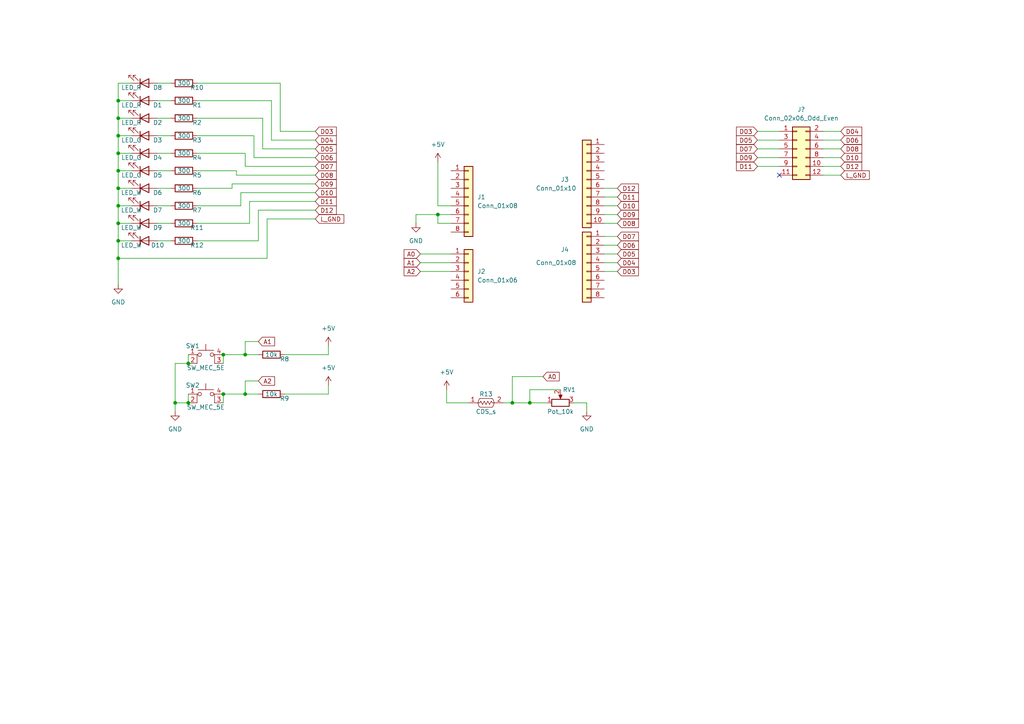
<source format=kicad_sch>
(kicad_sch (version 20211123) (generator eeschema)
  (paper "A4")
  (title_block (title "LED Dice Arduino Shild") (date "2022-08-31") (rev "v01.00.00") (company "WooSong IT"))
  (lib_symbols
    (symbol "1_lsk:CDS_s"
      (property "Reference" "R" (at -3.048 -1.27 0))
      (property "Value" "CDS_s" (at 0 2.286 0))
      (symbol "CDS_s_0_1"
        (arc (start -1.778 1.27) (mid -2.3002 0) (end -1.778 -1.27))
        (polyline (pts (xy -1.778 -1.27) (xy 1.778 -1.27)))
        (polyline (pts (xy 1.778 1.27) (xy -1.778 1.27)))
        (polyline (pts (xy -2.54 0) (xy -1.778 0) (xy -1.524 0.508) (xy -1.27 0) (xy -1.016 -0.508) (xy -0.508 0.508) (xy 0 -0.508) (xy 0.508 0.508) (xy 1.016 -0.508) (xy 1.524 0.508) (xy 1.778 0) (xy 2.54 0)))
        (arc (start 1.778 -1.27) (mid 2.2994 0) (end 1.778 1.27))
      )
      (symbol "CDS_s_1_1"
        (pin input line (at -5.08 0 0) (length 2.54) (name "") (number "1"))
        (pin input line (at 5.08 0 180) (length 2.54) (name "") (number "2"))
      )
    )
    (symbol "Connector_Generic:Conn_01x06" (pin_names (offset 1.016) hide)
      (property "Reference" "J" (at 0 7.62 0))
      (property "Value" "Conn_01x06" (at 0 -10.16 0))
      (symbol "Conn_01x06_1_1"
        (rectangle (start -1.27 -7.493) (end 0 -7.747) (stroke (width 0.1524)))
        (rectangle (start -1.27 -4.953) (end 0 -5.207) (stroke (width 0.1524)))
        (rectangle (start -1.27 -2.413) (end 0 -2.667) (stroke (width 0.1524)))
        (rectangle (start -1.27 0.127) (end 0 -0.127) (stroke (width 0.1524)))
        (rectangle (start -1.27 2.667) (end 0 2.413) (stroke (width 0.1524)))
        (rectangle (start -1.27 5.207) (end 0 4.953) (stroke (width 0.1524)))
        (rectangle (start -1.27 6.35) (end 1.27 -8.89) (stroke (width 0.254)) (fill (type background)))
        (pin passive line (at -5.08 5.08 0) (length 3.81) (name "Pin_1") (number "1"))
        (pin passive line (at -5.08 2.54 0) (length 3.81) (name "Pin_2") (number "2"))
        (pin passive line (at -5.08 0 0) (length 3.81) (name "Pin_3") (number "3"))
        (pin passive line (at -5.08 -2.54 0) (length 3.81) (name "Pin_4") (number "4"))
        (pin passive line (at -5.08 -5.08 0) (length 3.81) (name "Pin_5") (number "5"))
        (pin passive line (at -5.08 -7.62 0) (length 3.81) (name "Pin_6") (number "6"))
      )
    )
    (symbol "Connector_Generic:Conn_01x08" (pin_names (offset 1.016) hide)
      (property "Reference" "J" (at 0 10.16 0))
      (property "Value" "Conn_01x08" (at 0 -12.7 0))
      (symbol "Conn_01x08_1_1"
        (rectangle (start -1.27 -10.033) (end 0 -10.287) (stroke (width 0.1524)))
        (rectangle (start -1.27 -7.493) (end 0 -7.747) (stroke (width 0.1524)))
        (rectangle (start -1.27 -4.953) (end 0 -5.207) (stroke (width 0.1524)))
        (rectangle (start -1.27 -2.413) (end 0 -2.667) (stroke (width 0.1524)))
        (rectangle (start -1.27 0.127) (end 0 -0.127) (stroke (width 0.1524)))
        (rectangle (start -1.27 2.667) (end 0 2.413) (stroke (width 0.1524)))
        (rectangle (start -1.27 5.207) (end 0 4.953) (stroke (width 0.1524)))
        (rectangle (start -1.27 7.747) (end 0 7.493) (stroke (width 0.1524)))
        (rectangle (start -1.27 8.89) (end 1.27 -11.43) (stroke (width 0.254)) (fill (type background)))
        (pin passive line (at -5.08 7.62 0) (length 3.81) (name "Pin_1") (number "1"))
        (pin passive line (at -5.08 5.08 0) (length 3.81) (name "Pin_2") (number "2"))
        (pin passive line (at -5.08 2.54 0) (length 3.81) (name "Pin_3") (number "3"))
        (pin passive line (at -5.08 0 0) (length 3.81) (name "Pin_4") (number "4"))
        (pin passive line (at -5.08 -2.54 0) (length 3.81) (name "Pin_5") (number "5"))
        (pin passive line (at -5.08 -5.08 0) (length 3.81) (name "Pin_6") (number "6"))
        (pin passive line (at -5.08 -7.62 0) (length 3.81) (name "Pin_7") (number "7"))
        (pin passive line (at -5.08 -10.16 0) (length 3.81) (name "Pin_8") (number "8"))
      )
    )
    (symbol "Connector_Generic:Conn_01x10" (pin_names (offset 1.016) hide)
      (property "Reference" "J" (at 0 12.7 0))
      (property "Value" "Conn_01x10" (at 0 -15.24 0))
      (symbol "Conn_01x10_1_1"
        (rectangle (start -1.27 -12.573) (end 0 -12.827) (stroke (width 0.1524)))
        (rectangle (start -1.27 -10.033) (end 0 -10.287) (stroke (width 0.1524)))
        (rectangle (start -1.27 -7.493) (end 0 -7.747) (stroke (width 0.1524)))
        (rectangle (start -1.27 -4.953) (end 0 -5.207) (stroke (width 0.1524)))
        (rectangle (start -1.27 -2.413) (end 0 -2.667) (stroke (width 0.1524)))
        (rectangle (start -1.27 0.127) (end 0 -0.127) (stroke (width 0.1524)))
        (rectangle (start -1.27 2.667) (end 0 2.413) (stroke (width 0.1524)))
        (rectangle (start -1.27 5.207) (end 0 4.953) (stroke (width 0.1524)))
        (rectangle (start -1.27 7.747) (end 0 7.493) (stroke (width 0.1524)))
        (rectangle (start -1.27 10.287) (end 0 10.033) (stroke (width 0.1524)))
        (rectangle (start -1.27 11.43) (end 1.27 -13.97) (stroke (width 0.254)) (fill (type background)))
        (pin passive line (at -5.08 10.16 0) (length 3.81) (name "Pin_1") (number "1"))
        (pin passive line (at -5.08 -12.7 0) (length 3.81) (name "Pin_10") (number "10"))
        (pin passive line (at -5.08 7.62 0) (length 3.81) (name "Pin_2") (number "2"))
        (pin passive line (at -5.08 5.08 0) (length 3.81) (name "Pin_3") (number "3"))
        (pin passive line (at -5.08 2.54 0) (length 3.81) (name "Pin_4") (number "4"))
        (pin passive line (at -5.08 0 0) (length 3.81) (name "Pin_5") (number "5"))
        (pin passive line (at -5.08 -2.54 0) (length 3.81) (name "Pin_6") (number "6"))
        (pin passive line (at -5.08 -5.08 0) (length 3.81) (name "Pin_7") (number "7"))
        (pin passive line (at -5.08 -7.62 0) (length 3.81) (name "Pin_8") (number "8"))
        (pin passive line (at -5.08 -10.16 0) (length 3.81) (name "Pin_9") (number "9"))
      )
    )
    (symbol "Connector_Generic:Conn_02x06_Odd_Even" (pin_names (offset 1.016) hide)
      (property "Reference" "J" (at 1.27 7.62 0))
      (property "Value" "Conn_02x06_Odd_Even" (at 1.27 -10.16 0))
      (symbol "Conn_02x06_Odd_Even_1_1"
        (rectangle (start -1.27 -7.493) (end 0 -7.747) (stroke (width 0.1524)))
        (rectangle (start -1.27 -4.953) (end 0 -5.207) (stroke (width 0.1524)))
        (rectangle (start -1.27 -2.413) (end 0 -2.667) (stroke (width 0.1524)))
        (rectangle (start -1.27 0.127) (end 0 -0.127) (stroke (width 0.1524)))
        (rectangle (start -1.27 2.667) (end 0 2.413) (stroke (width 0.1524)))
        (rectangle (start -1.27 5.207) (end 0 4.953) (stroke (width 0.1524)))
        (rectangle (start -1.27 6.35) (end 3.81 -8.89) (stroke (width 0.254)) (fill (type background)))
        (rectangle (start 3.81 -7.493) (end 2.54 -7.747) (stroke (width 0.1524)))
        (rectangle (start 3.81 -4.953) (end 2.54 -5.207) (stroke (width 0.1524)))
        (rectangle (start 3.81 -2.413) (end 2.54 -2.667) (stroke (width 0.1524)))
        (rectangle (start 3.81 0.127) (end 2.54 -0.127) (stroke (width 0.1524)))
        (rectangle (start 3.81 2.667) (end 2.54 2.413) (stroke (width 0.1524)))
        (rectangle (start 3.81 5.207) (end 2.54 4.953) (stroke (width 0.1524)))
        (pin passive line (at -5.08 5.08 0) (length 3.81) (name "Pin_1") (number "1"))
        (pin passive line (at 7.62 -5.08 180) (length 3.81) (name "Pin_10") (number "10"))
        (pin passive line (at -5.08 -7.62 0) (length 3.81) (name "Pin_11") (number "11"))
        (pin passive line (at 7.62 -7.62 180) (length 3.81) (name "Pin_12") (number "12"))
        (pin passive line (at 7.62 5.08 180) (length 3.81) (name "Pin_2") (number "2"))
        (pin passive line (at -5.08 2.54 0) (length 3.81) (name "Pin_3") (number "3"))
        (pin passive line (at 7.62 2.54 180) (length 3.81) (name "Pin_4") (number "4"))
        (pin passive line (at -5.08 0 0) (length 3.81) (name "Pin_5") (number "5"))
        (pin passive line (at 7.62 0 180) (length 3.81) (name "Pin_6") (number "6"))
        (pin passive line (at -5.08 -2.54 0) (length 3.81) (name "Pin_7") (number "7"))
        (pin passive line (at 7.62 -2.54 180) (length 3.81) (name "Pin_8") (number "8"))
        (pin passive line (at -5.08 -5.08 0) (length 3.81) (name "Pin_9") (number "9"))
      )
    )
    (symbol "Device:LED" (pin_numbers hide) (pin_names (offset 1.016) hide)
      (property "Reference" "D" (at 0 2.54 0))
      (property "Value" "LED" (at 0 -2.54 0))
      (symbol "LED_0_1"
        (polyline (pts (xy -1.27 -1.27) (xy -1.27 1.27)) (stroke (width 0.254)))
        (polyline (pts (xy -1.27 0) (xy 1.27 0)))
        (polyline (pts (xy 1.27 -1.27) (xy 1.27 1.27) (xy -1.27 0) (xy 1.27 -1.27)) (stroke (width 0.254)))
        (polyline (pts (xy -3.048 -0.762) (xy -4.572 -2.286) (xy -3.81 -2.286) (xy -4.572 -2.286) (xy -4.572 -1.524)))
        (polyline (pts (xy -1.778 -0.762) (xy -3.302 -2.286) (xy -2.54 -2.286) (xy -3.302 -2.286) (xy -3.302 -1.524)))
      )
      (symbol "LED_1_1"
        (pin passive line (at -3.81 0 0) (length 2.54) (name "K") (number "1"))
        (pin passive line (at 3.81 0 180) (length 2.54) (name "A") (number "2"))
      )
    )
    (symbol "Device:R" (pin_numbers hide) (pin_names (offset 0))
      (property "Reference" "R" (at 2.032 0 90))
      (property "Value" "R" (at 0 0 90))
      (symbol "R_0_1"
        (rectangle (start -1.016 -2.54) (end 1.016 2.54) (stroke (width 0.254)))
      )
      (symbol "R_1_1"
        (pin passive line (at 0 3.81 270) (length 1.27) (name "~") (number "1"))
        (pin passive line (at 0 -3.81 90) (length 1.27) (name "~") (number "2"))
      )
    )
    (symbol "Device:R_Potentiometer" (pin_names (offset 1.016) hide)
      (property "Reference" "RV" (at -4.445 0 90))
      (property "Value" "R_Potentiometer" (at -2.54 0 90))
      (symbol "R_Potentiometer_0_1"
        (polyline (pts (xy 2.54 0) (xy 1.524 0)))
        (polyline (pts (xy 1.143 0) (xy 2.286 0.508) (xy 2.286 -0.508) (xy 1.143 0)) (fill (type outline)))
        (rectangle (start 1.016 2.54) (end -1.016 -2.54) (stroke (width 0.254)))
      )
      (symbol "R_Potentiometer_1_1"
        (pin passive line (at 0 3.81 270) (length 1.27) (name "1") (number "1"))
        (pin passive line (at 3.81 0 180) (length 1.27) (name "2") (number "2"))
        (pin passive line (at 0 -3.81 90) (length 1.27) (name "3") (number "3"))
      )
    )
    (symbol "Switch:SW_MEC_5E" (pin_names (offset 1.016) hide)
      (property "Reference" "SW" (at 0.635 5.715 0))
      (property "Value" "SW_MEC_5E" (at 0 -3.175 0))
      (symbol "SW_MEC_5E_0_1"
        (circle (center -1.778 2.54) (radius 0.508))
        (polyline (pts (xy -2.286 3.81) (xy 2.286 3.81)))
        (polyline (pts (xy 0 3.81) (xy 0 5.588)))
        (polyline (pts (xy -2.54 0) (xy -2.54 2.54) (xy -2.286 2.54)))
        (polyline (pts (xy 2.54 0) (xy 2.54 2.54) (xy 2.286 2.54)))
        (circle (center 1.778 2.54) (radius 0.508))
        (pin passive line (at -5.08 2.54 0) (length 2.54) (name "1") (number "1"))
        (pin passive line (at -5.08 0 0) (length 2.54) (name "2") (number "2"))
        (pin passive line (at 5.08 0 180) (length 2.54) (name "K") (number "3"))
        (pin passive line (at 5.08 2.54 180) (length 2.54) (name "A") (number "4"))
      )
    )
    (symbol "power:+5V" (power) (pin_names (offset 0))
      (property "Value" "+5V" (at 0 3.556 0))
      (symbol "+5V_0_1"
        (polyline (pts (xy -0.762 1.27) (xy 0 2.54)))
        (polyline (pts (xy 0 0) (xy 0 2.54)))
        (polyline (pts (xy 0 2.54) (xy 0.762 1.27)))
      )
      (symbol "+5V_1_1"
        (pin power_in line (at 0 0 90) (length 0) hide (name "+5V") (number "1"))
      )
    )
    (symbol "power:GND" (power) (pin_names (offset 0))
      (property "Value" "GND" (at 0 -3.81 0))
      (symbol "GND_0_1"
        (polyline (pts (xy 0 0) (xy 0 -1.27) (xy 1.27 -1.27) (xy 0 -2.54) (xy -1.27 -1.27) (xy 0 -1.27)))
      )
      (symbol "GND_1_1"
        (pin power_in line (at 0 0 270) (length 0) hide (name "GND") (number "1"))
      )
    )
  )
  (junction (at 34.29 59.69))
  (junction (at 34.29 39.37))
  (junction (at 50.8 116.84))
  (junction (at 34.29 34.29))
  (junction (at 54.61 116.84))
  (junction (at 34.29 69.85))
  (junction (at 148.59 116.84))
  (junction (at 71.12 114.3))
  (junction (at 153.67 116.84))
  (junction (at 64.77 114.3))
  (junction (at 127 62.23))
  (junction (at 34.29 44.45))
  (junction (at 71.12 102.87))
  (junction (at 34.29 64.77))
  (junction (at 54.61 105.41))
  (junction (at 34.29 74.93))
  (junction (at 34.29 29.21))
  (junction (at 34.29 54.61))
  (junction (at 34.29 49.53))
  (junction (at 64.77 102.87))
  (no_connect (at 226.06 50.8))
  (wire (pts (xy 81.28 38.1) (xy 91.44 38.1)))
  (wire (pts (xy 57.15 69.85) (xy 74.93 69.85)))
  (wire (pts (xy 219.71 43.18) (xy 226.06 43.18)))
  (wire (pts (xy 45.72 29.21) (xy 49.53 29.21)))
  (wire (pts (xy 54.61 105.41) (xy 50.8 105.41)))
  (wire (pts (xy 45.72 34.29) (xy 49.53 34.29)))
  (wire (pts (xy 175.26 59.69) (xy 179.07 59.69)))
  (wire (pts (xy 130.81 64.77) (xy 127 64.77)))
  (wire (pts (xy 57.15 24.13) (xy 81.28 24.13)))
  (wire (pts (xy 82.55 102.87) (xy 95.25 102.87)))
  (wire (pts (xy 129.54 116.84) (xy 135.89 116.84)))
  (wire (pts (xy 34.29 64.77) (xy 34.29 69.85)))
  (wire (pts (xy 238.76 40.64) (xy 243.84 40.64)))
  (wire (pts (xy 67.31 54.61) (xy 57.15 54.61)))
  (wire (pts (xy 50.8 105.41) (xy 50.8 116.84)))
  (wire (pts (xy 57.15 59.69) (xy 69.85 59.69)))
  (wire (pts (xy 153.67 113.03) (xy 153.67 116.84)))
  (wire (pts (xy 146.05 116.84) (xy 148.59 116.84)))
  (wire (pts (xy 71.12 102.87) (xy 74.93 102.87)))
  (wire (pts (xy 38.1 34.29) (xy 34.29 34.29)))
  (wire (pts (xy 76.2 43.18) (xy 91.44 43.18)))
  (wire (pts (xy 45.72 64.77) (xy 49.53 64.77)))
  (wire (pts (xy 78.74 40.64) (xy 91.44 40.64)))
  (wire (pts (xy 64.77 102.87) (xy 71.12 102.87)))
  (wire (pts (xy 34.29 54.61) (xy 34.29 59.69)))
  (wire (pts (xy 73.66 45.72) (xy 73.66 39.37)))
  (wire (pts (xy 238.76 38.1) (xy 243.84 38.1)))
  (wire (pts (xy 175.26 78.74) (xy 179.07 78.74)))
  (wire (pts (xy 120.65 62.23) (xy 120.65 64.77)))
  (wire (pts (xy 57.15 49.53) (xy 68.58 49.53)))
  (wire (pts (xy 34.29 44.45) (xy 34.29 49.53)))
  (wire (pts (xy 77.47 74.93) (xy 34.29 74.93)))
  (wire (pts (xy 81.28 24.13) (xy 81.28 38.1)))
  (wire (pts (xy 57.15 44.45) (xy 71.12 44.45)))
  (wire (pts (xy 73.66 39.37) (xy 57.15 39.37)))
  (wire (pts (xy 45.72 49.53) (xy 49.53 49.53)))
  (wire (pts (xy 67.31 53.34) (xy 67.31 54.61)))
  (wire (pts (xy 67.31 53.34) (xy 91.44 53.34)))
  (wire (pts (xy 54.61 102.87) (xy 54.61 105.41)))
  (wire (pts (xy 57.15 64.77) (xy 72.39 64.77)))
  (wire (pts (xy 127 62.23) (xy 120.65 62.23)))
  (wire (pts (xy 74.93 60.96) (xy 74.93 69.85)))
  (wire (pts (xy 219.71 40.64) (xy 226.06 40.64)))
  (wire (pts (xy 91.44 60.96) (xy 74.93 60.96)))
  (wire (pts (xy 129.54 113.03) (xy 129.54 116.84)))
  (wire (pts (xy 121.92 78.74) (xy 130.81 78.74)))
  (wire (pts (xy 166.37 116.84) (xy 170.18 116.84)))
  (wire (pts (xy 127 64.77) (xy 127 62.23)))
  (wire (pts (xy 76.2 34.29) (xy 57.15 34.29)))
  (wire (pts (xy 238.76 43.18) (xy 243.84 43.18)))
  (wire (pts (xy 175.26 62.23) (xy 179.07 62.23)))
  (wire (pts (xy 34.29 59.69) (xy 34.29 64.77)))
  (wire (pts (xy 74.93 110.49) (xy 71.12 110.49)))
  (wire (pts (xy 69.85 59.69) (xy 69.85 55.88)))
  (wire (pts (xy 219.71 45.72) (xy 226.06 45.72)))
  (wire (pts (xy 121.92 73.66) (xy 130.81 73.66)))
  (wire (pts (xy 238.76 48.26) (xy 243.84 48.26)))
  (wire (pts (xy 45.72 24.13) (xy 49.53 24.13)))
  (wire (pts (xy 162.56 113.03) (xy 153.67 113.03)))
  (wire (pts (xy 45.72 59.69) (xy 49.53 59.69)))
  (wire (pts (xy 78.74 29.21) (xy 57.15 29.21)))
  (wire (pts (xy 121.92 76.2) (xy 130.81 76.2)))
  (wire (pts (xy 34.29 39.37) (xy 34.29 44.45)))
  (wire (pts (xy 64.77 114.3) (xy 71.12 114.3)))
  (wire (pts (xy 175.26 71.12) (xy 179.07 71.12)))
  (wire (pts (xy 175.26 76.2) (xy 179.07 76.2)))
  (wire (pts (xy 64.77 102.87) (xy 64.77 105.41)))
  (wire (pts (xy 175.26 64.77) (xy 179.07 64.77)))
  (wire (pts (xy 127 62.23) (xy 130.81 62.23)))
  (wire (pts (xy 130.81 59.69) (xy 127 59.69)))
  (wire (pts (xy 71.12 114.3) (xy 74.93 114.3)))
  (wire (pts (xy 54.61 114.3) (xy 54.61 116.84)))
  (wire (pts (xy 34.29 34.29) (xy 34.29 39.37)))
  (wire (pts (xy 72.39 58.42) (xy 72.39 64.77)))
  (wire (pts (xy 76.2 43.18) (xy 76.2 34.29)))
  (wire (pts (xy 78.74 40.64) (xy 78.74 29.21)))
  (wire (pts (xy 38.1 69.85) (xy 34.29 69.85)))
  (wire (pts (xy 50.8 116.84) (xy 50.8 119.38)))
  (wire (pts (xy 148.59 116.84) (xy 153.67 116.84)))
  (wire (pts (xy 38.1 64.77) (xy 34.29 64.77)))
  (wire (pts (xy 95.25 111.76) (xy 95.25 114.3)))
  (wire (pts (xy 71.12 48.26) (xy 91.44 48.26)))
  (wire (pts (xy 38.1 54.61) (xy 34.29 54.61)))
  (wire (pts (xy 153.67 116.84) (xy 158.75 116.84)))
  (wire (pts (xy 71.12 110.49) (xy 71.12 114.3)))
  (wire (pts (xy 38.1 24.13) (xy 34.29 24.13)))
  (wire (pts (xy 38.1 59.69) (xy 34.29 59.69)))
  (wire (pts (xy 175.26 68.58) (xy 179.07 68.58)))
  (wire (pts (xy 148.59 109.22) (xy 148.59 116.84)))
  (wire (pts (xy 127 59.69) (xy 127 46.99)))
  (wire (pts (xy 71.12 48.26) (xy 71.12 44.45)))
  (wire (pts (xy 69.85 55.88) (xy 91.44 55.88)))
  (wire (pts (xy 77.47 63.5) (xy 77.47 74.93)))
  (wire (pts (xy 73.66 45.72) (xy 91.44 45.72)))
  (wire (pts (xy 45.72 69.85) (xy 49.53 69.85)))
  (wire (pts (xy 175.26 73.66) (xy 179.07 73.66)))
  (wire (pts (xy 170.18 116.84) (xy 170.18 119.38)))
  (wire (pts (xy 157.48 109.22) (xy 148.59 109.22)))
  (wire (pts (xy 34.29 29.21) (xy 34.29 34.29)))
  (wire (pts (xy 68.58 49.53) (xy 68.58 50.8)))
  (wire (pts (xy 219.71 38.1) (xy 226.06 38.1)))
  (wire (pts (xy 38.1 39.37) (xy 34.29 39.37)))
  (wire (pts (xy 74.93 99.06) (xy 71.12 99.06)))
  (wire (pts (xy 34.29 49.53) (xy 34.29 54.61)))
  (wire (pts (xy 64.77 114.3) (xy 64.77 116.84)))
  (wire (pts (xy 54.61 116.84) (xy 50.8 116.84)))
  (wire (pts (xy 34.29 69.85) (xy 34.29 74.93)))
  (wire (pts (xy 219.71 48.26) (xy 226.06 48.26)))
  (wire (pts (xy 238.76 50.8) (xy 243.84 50.8)))
  (wire (pts (xy 175.26 57.15) (xy 179.07 57.15)))
  (wire (pts (xy 38.1 49.53) (xy 34.29 49.53)))
  (wire (pts (xy 38.1 44.45) (xy 34.29 44.45)))
  (wire (pts (xy 34.29 24.13) (xy 34.29 29.21)))
  (wire (pts (xy 68.58 50.8) (xy 91.44 50.8)))
  (wire (pts (xy 34.29 74.93) (xy 34.29 82.55)))
  (wire (pts (xy 82.55 114.3) (xy 95.25 114.3)))
  (wire (pts (xy 45.72 39.37) (xy 49.53 39.37)))
  (wire (pts (xy 175.26 54.61) (xy 179.07 54.61)))
  (wire (pts (xy 238.76 45.72) (xy 243.84 45.72)))
  (wire (pts (xy 95.25 102.87) (xy 95.25 100.33)))
  (wire (pts (xy 91.44 63.5) (xy 77.47 63.5)))
  (wire (pts (xy 45.72 44.45) (xy 49.53 44.45)))
  (wire (pts (xy 45.72 54.61) (xy 49.53 54.61)))
  (wire (pts (xy 71.12 99.06) (xy 71.12 102.87)))
  (wire (pts (xy 91.44 58.42) (xy 72.39 58.42)))
  (wire (pts (xy 38.1 29.21) (xy 34.29 29.21)))
  (global_label "D12" (shape input) (at 243.84 48.26 0) (property "Intersheet References" "${INTERSHEET_REFS}" (effects hide)))
  (global_label "D04" (shape input) (at 91.44 40.64 0) (property "Intersheet References" "${INTERSHEET_REFS}" (effects hide)))
  (global_label "D07" (shape input) (at 179.07 68.58 0) (property "Intersheet References" "${INTERSHEET_REFS}" (effects hide)))
  (global_label "D09" (shape input) (at 91.44 53.34 0) (property "Intersheet References" "${INTERSHEET_REFS}" (effects hide)))
  (global_label "L_GND" (shape input) (at 91.44 63.5 0) (property "Intersheet References" "${INTERSHEET_REFS}" (effects hide)))
  (global_label "D05" (shape input) (at 91.44 43.18 0) (property "Intersheet References" "${INTERSHEET_REFS}" (effects hide)))
  (global_label "D07" (shape input) (at 219.71 43.18 180) (property "Intersheet References" "${INTERSHEET_REFS}" (effects hide)))
  (global_label "D10" (shape input) (at 243.84 45.72 0) (property "Intersheet References" "${INTERSHEET_REFS}" (effects hide)))
  (global_label "L_GND" (shape input) (at 243.84 50.8 0) (property "Intersheet References" "${INTERSHEET_REFS}" (effects hide)))
  (global_label "D11" (shape input) (at 179.07 57.15 0) (property "Intersheet References" "${INTERSHEET_REFS}" (effects hide)))
  (global_label "D09" (shape input) (at 219.71 45.72 180) (property "Intersheet References" "${INTERSHEET_REFS}" (effects hide)))
  (global_label "D11" (shape input) (at 91.44 58.42 0) (property "Intersheet References" "${INTERSHEET_REFS}" (effects hide)))
  (global_label "D08" (shape input) (at 243.84 43.18 0) (property "Intersheet References" "${INTERSHEET_REFS}" (effects hide)))
  (global_label "A2" (shape input) (at 74.93 110.49 0) (property "Intersheet References" "${INTERSHEET_REFS}" (effects hide)))
  (global_label "D06" (shape input) (at 179.07 71.12 0) (property "Intersheet References" "${INTERSHEET_REFS}" (effects hide)))
  (global_label "D05" (shape input) (at 179.07 73.66 0) (property "Intersheet References" "${INTERSHEET_REFS}" (effects hide)))
  (global_label "D06" (shape input) (at 243.84 40.64 0) (property "Intersheet References" "${INTERSHEET_REFS}" (effects hide)))
  (global_label "D10" (shape input) (at 91.44 55.88 0) (property "Intersheet References" "${INTERSHEET_REFS}" (effects hide)))
  (global_label "A1" (shape input) (at 121.92 76.2 180) (property "Intersheet References" "${INTERSHEET_REFS}" (effects hide)))
  (global_label "D08" (shape input) (at 91.44 50.8 0) (property "Intersheet References" "${INTERSHEET_REFS}" (effects hide)))
  (global_label "D07" (shape input) (at 91.44 48.26 0) (property "Intersheet References" "${INTERSHEET_REFS}" (effects hide)))
  (global_label "D03" (shape input) (at 179.07 78.74 0) (property "Intersheet References" "${INTERSHEET_REFS}" (effects hide)))
  (global_label "D04" (shape input) (at 179.07 76.2 0) (property "Intersheet References" "${INTERSHEET_REFS}" (effects hide)))
  (global_label "A2" (shape input) (at 121.92 78.74 180) (property "Intersheet References" "${INTERSHEET_REFS}" (effects hide)))
  (global_label "A0" (shape input) (at 157.48 109.22 0) (property "Intersheet References" "${INTERSHEET_REFS}" (effects hide)))
  (global_label "D03" (shape input) (at 219.71 38.1 180) (property "Intersheet References" "${INTERSHEET_REFS}" (effects hide)))
  (global_label "D12" (shape input) (at 91.44 60.96 0) (property "Intersheet References" "${INTERSHEET_REFS}" (effects hide)))
  (global_label "D10" (shape input) (at 179.07 59.69 0) (property "Intersheet References" "${INTERSHEET_REFS}" (effects hide)))
  (global_label "D04" (shape input) (at 243.84 38.1 0) (property "Intersheet References" "${INTERSHEET_REFS}" (effects hide)))
  (global_label "D03" (shape input) (at 91.44 38.1 0) (property "Intersheet References" "${INTERSHEET_REFS}" (effects hide)))
  (global_label "A0" (shape input) (at 121.92 73.66 180) (property "Intersheet References" "${INTERSHEET_REFS}" (effects hide)))
  (global_label "D11" (shape input) (at 219.71 48.26 180) (property "Intersheet References" "${INTERSHEET_REFS}" (effects hide)))
  (global_label "D06" (shape input) (at 91.44 45.72 0) (property "Intersheet References" "${INTERSHEET_REFS}" (effects hide)))
  (global_label "D09" (shape input) (at 179.07 62.23 0) (property "Intersheet References" "${INTERSHEET_REFS}" (effects hide)))
  (global_label "D12" (shape input) (at 179.07 54.61 0) (property "Intersheet References" "${INTERSHEET_REFS}" (effects hide)))
  (global_label "D05" (shape input) (at 219.71 40.64 180) (property "Intersheet References" "${INTERSHEET_REFS}" (effects hide)))
  (global_label "D08" (shape input) (at 179.07 64.77 0) (property "Intersheet References" "${INTERSHEET_REFS}" (effects hide)))
  (global_label "A1" (shape input) (at 74.93 99.06 0) (property "Intersheet References" "${INTERSHEET_REFS}" (effects hide)))
  (symbol (lib_id "Device:LED") (at 41.91 39.37 0) (mirror x) (unit 1)
    (property "Reference" "D3" (at 45.72 40.64 0))
    (property "Value" "LED_G" (at 38.1 40.64 0))
    (property "Footprint" "LED_SMD:LED_0603_1608Metric_Pad1.05x0.95mm_HandSolder" (effects hide))
  )
  (symbol (lib_id "Device:R") (at 53.34 29.21 90) (unit 1)
    (property "Reference" "R1" (at 57.15 30.48 90))
    (property "Value" "300" (at 53.34 29.21 90))
    (property "Footprint" "Resistor_SMD:R_0603_1608Metric_Pad0.98x0.95mm_HandSolder" (effects hide))
  )
  (symbol (lib_id "Device:LED") (at 41.91 69.85 0) (mirror x) (unit 1)
    (property "Reference" "D10" (at 45.72 71.12 0))
    (property "Value" "LED_W" (at 38.1 71.12 0))
    (property "Footprint" "LED_SMD:LED_0603_1608Metric_Pad1.05x0.95mm_HandSolder" (effects hide))
  )
  (symbol (lib_id "power:+5V") (at 127 46.99 0) (unit 1)
    (property "Reference" "#PWR0104" (effects hide))
    (property "Value" "+5V" (at 127 41.91 0))
  )
  (symbol (lib_id "power:+5V") (at 129.54 113.03 0) (unit 1)
    (property "Reference" "#PWR0102" (effects hide))
    (property "Value" "+5V" (at 129.54 107.95 0))
  )
  (symbol (lib_id "Device:R_Potentiometer") (at 162.56 116.84 90) (unit 1)
    (property "Reference" "RV1" (at 165.1 113.03 90))
    (property "Value" "Pot_10k" (at 162.56 119.38 90))
    (property "Footprint" "1_lsk:R_POT_10k_VZ067TL7-10K" (effects hide))
  )
  (symbol (lib_id "Device:R") (at 53.34 59.69 90) (unit 1)
    (property "Reference" "R7" (at 57.15 60.96 90))
    (property "Value" "300" (at 53.34 59.69 90))
    (property "Footprint" "Resistor_SMD:R_0603_1608Metric_Pad0.98x0.95mm_HandSolder" (effects hide))
  )
  (symbol (lib_id "Device:LED") (at 41.91 59.69 0) (mirror x) (unit 1)
    (property "Reference" "D7" (at 45.72 60.96 0))
    (property "Value" "LED_W" (at 38.1 60.96 0))
    (property "Footprint" "LED_SMD:LED_0603_1608Metric_Pad1.05x0.95mm_HandSolder" (effects hide))
  )
  (symbol (lib_id "Device:LED") (at 41.91 49.53 0) (mirror x) (unit 1)
    (property "Reference" "D5" (at 45.72 50.8 0))
    (property "Value" "LED_G" (at 38.1 50.8 0))
    (property "Footprint" "LED_SMD:LED_0603_1608Metric_Pad1.05x0.95mm_HandSolder" (effects hide))
  )
  (symbol (lib_id "Device:LED") (at 41.91 44.45 0) (mirror x) (unit 1)
    (property "Reference" "D4" (at 45.72 45.72 0))
    (property "Value" "LED_G" (at 38.1 45.72 0))
    (property "Footprint" "LED_SMD:LED_0603_1608Metric_Pad1.05x0.95mm_HandSolder" (effects hide))
  )
  (symbol (lib_id "Device:LED") (at 41.91 24.13 0) (mirror x) (unit 1)
    (property "Reference" "D8" (at 45.72 25.4 0))
    (property "Value" "LED_R" (at 38.1 25.4 0))
    (property "Footprint" "LED_SMD:LED_0603_1608Metric_Pad1.05x0.95mm_HandSolder" (effects hide))
  )
  (symbol (lib_id "Device:LED") (at 41.91 34.29 0) (mirror x) (unit 1)
    (property "Reference" "D2" (at 45.72 35.56 0))
    (property "Value" "LED_R" (at 38.1 35.56 0))
    (property "Footprint" "LED_SMD:LED_0603_1608Metric_Pad1.05x0.95mm_HandSolder" (effects hide))
  )
  (symbol (lib_id "Device:R") (at 53.34 69.85 90) (unit 1)
    (property "Reference" "R12" (at 57.15 71.12 90))
    (property "Value" "300" (at 53.34 69.85 90))
    (property "Footprint" "Resistor_SMD:R_0603_1608Metric_Pad0.98x0.95mm_HandSolder" (effects hide))
  )
  (symbol (lib_id "Device:LED") (at 41.91 54.61 0) (mirror x) (unit 1)
    (property "Reference" "D6" (at 45.72 55.88 0))
    (property "Value" "LED_W" (at 38.1 55.88 0))
    (property "Footprint" "LED_SMD:LED_0603_1608Metric_Pad1.05x0.95mm_HandSolder" (effects hide))
  )
  (symbol (lib_id "power:GND") (at 34.29 82.55 0) (unit 1)
    (property "Reference" "#PWR01" (effects hide))
    (property "Value" "GND" (at 34.29 87.63 0))
  )
  (symbol (lib_id "power:GND") (at 120.65 64.77 0) (unit 1)
    (property "Reference" "#PWR0101" (effects hide))
    (property "Value" "GND" (at 120.65 69.85 0))
  )
  (symbol (lib_id "Connector_Generic:Conn_01x10") (at 170.18 52.07 0) (mirror y) (unit 1)
    (property "Reference" "J3" (at 163.83 52.07 0))
    (property "Value" "Conn_01x10" (at 161.29 54.61 0))
    (property "Footprint" "Connector_PinHeader_2.54mm:PinHeader_1x10_P2.54mm_Vertical" (effects hide))
  )
  (symbol (lib_id "Device:R") (at 53.34 24.13 90) (unit 1)
    (property "Reference" "R10" (at 57.15 25.4 90))
    (property "Value" "300" (at 53.34 24.13 90))
    (property "Footprint" "Resistor_SMD:R_0603_1608Metric_Pad0.98x0.95mm_HandSolder" (effects hide))
  )
  (symbol (lib_id "Device:R") (at 78.74 102.87 90) (unit 1)
    (property "Reference" "R8" (at 82.55 104.14 90))
    (property "Value" "10k" (at 78.74 102.87 90))
    (property "Footprint" "Resistor_SMD:R_0603_1608Metric_Pad0.98x0.95mm_HandSolder" (effects hide))
  )
  (symbol (lib_id "Switch:SW_MEC_5E") (at 59.69 105.41 0) (unit 1)
    (property "Reference" "SW1" (at 55.88 100.33 0))
    (property "Value" "SW_MEC_5E" (at 59.69 106.68 0))
    (property "Footprint" "1_lsk:Tact_Switch_ITS-1105" (effects hide))
    (property "Datasheet" "http://www.apem.com/int/index.php?controller=attachment&id_attachment=1371" (effects hide))
  )
  (symbol (lib_id "1_lsk:CDS_s") (at 140.97 116.84 0) (unit 1)
    (property "Reference" "R13" (at 140.97 114.3 0))
    (property "Value" "CDS_s" (at 140.97 119.38 0))
    (property "Footprint" "1_lsk:CDS_s" (effects hide))
  )
  (symbol (lib_id "Connector_Generic:Conn_01x06") (at 135.89 78.74 0) (unit 1)
    (property "Reference" "J2" (at 138.43 78.7399 0) (effects (justify left)))
    (property "Value" "Conn_01x06" (at 138.43 81.2799 0) (effects (justify left)))
    (property "Footprint" "Connector_PinHeader_2.54mm:PinHeader_1x06_P2.54mm_Vertical" (effects hide))
  )
  (symbol (lib_id "power:GND") (at 170.18 119.38 0) (unit 1)
    (property "Reference" "#PWR0103" (effects hide))
    (property "Value" "GND" (at 170.18 124.46 0))
  )
  (symbol (lib_id "power:+5V") (at 95.25 111.76 0) (unit 1)
    (property "Reference" "#PWR04" (effects hide))
    (property "Value" "+5V" (at 95.25 106.68 0))
  )
  (symbol (lib_id "Connector_Generic:Conn_01x08") (at 170.18 76.2 0) (mirror y) (unit 1)
    (property "Reference" "J4" (at 163.83 72.39 0))
    (property "Value" "Conn_01x08" (at 161.29 76.2 0))
    (property "Footprint" "Connector_PinHeader_2.54mm:PinHeader_1x08_P2.54mm_Vertical" (effects hide))
  )
  (symbol (lib_id "Device:R") (at 53.34 44.45 90) (unit 1)
    (property "Reference" "R4" (at 57.15 45.72 90))
    (property "Value" "300" (at 53.34 44.45 90))
    (property "Footprint" "Resistor_SMD:R_0603_1608Metric_Pad0.98x0.95mm_HandSolder" (effects hide))
  )
  (symbol (lib_id "Device:R") (at 53.34 54.61 90) (unit 1)
    (property "Reference" "R6" (at 57.15 55.88 90))
    (property "Value" "300" (at 53.34 54.61 90))
    (property "Footprint" "Resistor_SMD:R_0603_1608Metric_Pad0.98x0.95mm_HandSolder" (effects hide))
  )
  (symbol (lib_id "Connector_Generic:Conn_02x06_Odd_Even") (at 231.14 43.18 0) (unit 1)
    (property "Reference" "J?" (at 232.41 31.75 0))
    (property "Value" "Conn_02x06_Odd_Even" (at 232.41 34.29 0))
  )
  (symbol (lib_id "power:GND") (at 50.8 119.38 0) (unit 1)
    (property "Reference" "#PWR02" (effects hide))
    (property "Value" "GND" (at 50.8 124.46 0))
  )
  (symbol (lib_id "Switch:SW_MEC_5E") (at 59.69 116.84 0) (unit 1)
    (property "Reference" "SW2" (at 55.88 111.76 0))
    (property "Value" "SW_MEC_5E" (at 59.69 118.11 0))
    (property "Footprint" "1_lsk:Tact_Switch_ITS-1105" (effects hide))
    (property "Datasheet" "http://www.apem.com/int/index.php?controller=attachment&id_attachment=1371" (effects hide))
  )
  (symbol (lib_id "Connector_Generic:Conn_01x08") (at 135.89 57.15 0) (unit 1)
    (property "Reference" "J1" (at 138.43 57.1499 0) (effects (justify left)))
    (property "Value" "Conn_01x08" (at 138.43 59.6899 0) (effects (justify left)))
    (property "Footprint" "Connector_PinHeader_2.54mm:PinHeader_1x08_P2.54mm_Vertical" (effects hide))
  )
  (symbol (lib_id "Device:R") (at 78.74 114.3 90) (unit 1)
    (property "Reference" "R9" (at 82.55 115.57 90))
    (property "Value" "10k" (at 78.74 114.3 90))
    (property "Footprint" "Resistor_SMD:R_0603_1608Metric_Pad0.98x0.95mm_HandSolder" (effects hide))
  )
  (symbol (lib_id "Device:LED") (at 41.91 64.77 0) (mirror x) (unit 1)
    (property "Reference" "D9" (at 45.72 66.04 0))
    (property "Value" "LED_W" (at 38.1 66.04 0))
    (property "Footprint" "LED_SMD:LED_0603_1608Metric_Pad1.05x0.95mm_HandSolder" (effects hide))
  )
  (symbol (lib_id "Device:R") (at 53.34 39.37 90) (unit 1)
    (property "Reference" "R3" (at 57.15 40.64 90))
    (property "Value" "300" (at 53.34 39.37 90))
    (property "Footprint" "Resistor_SMD:R_0603_1608Metric_Pad0.98x0.95mm_HandSolder" (effects hide))
  )
  (symbol (lib_id "power:+5V") (at 95.25 100.33 0) (unit 1)
    (property "Reference" "#PWR03" (effects hide))
    (property "Value" "+5V" (at 95.25 95.25 0))
  )
  (symbol (lib_id "Device:R") (at 53.34 64.77 90) (unit 1)
    (property "Reference" "R11" (at 57.15 66.04 90))
    (property "Value" "300" (at 53.34 64.77 90))
    (property "Footprint" "Resistor_SMD:R_0603_1608Metric_Pad0.98x0.95mm_HandSolder" (effects hide))
  )
  (symbol (lib_id "Device:LED") (at 41.91 29.21 0) (mirror x) (unit 1)
    (property "Reference" "D1" (at 45.72 30.48 0))
    (property "Value" "LED_R" (at 38.1 30.48 0))
    (property "Footprint" "LED_SMD:LED_0603_1608Metric_Pad1.05x0.95mm_HandSolder" (effects hide))
  )
  (symbol (lib_id "Device:R") (at 53.34 49.53 90) (unit 1)
    (property "Reference" "R5" (at 57.15 50.8 90))
    (property "Value" "300" (at 53.34 49.53 90))
    (property "Footprint" "Resistor_SMD:R_0603_1608Metric_Pad0.98x0.95mm_HandSolder" (effects hide))
  )
  (symbol (lib_id "Device:R") (at 53.34 34.29 90) (unit 1)
    (property "Reference" "R2" (at 57.15 35.56 90))
    (property "Value" "300" (at 53.34 34.29 90))
    (property "Footprint" "Resistor_SMD:R_0603_1608Metric_Pad0.98x0.95mm_HandSolder" (effects hide))
  )
)
</source>
